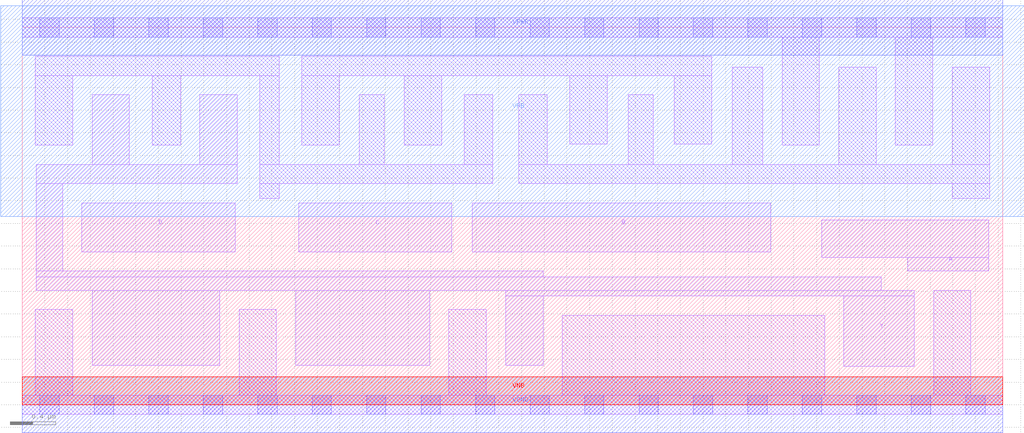
<source format=lef>
# Copyright 2020 The SkyWater PDK Authors
#
# Licensed under the Apache License, Version 2.0 (the "License");
# you may not use this file except in compliance with the License.
# You may obtain a copy of the License at
#
#     https://www.apache.org/licenses/LICENSE-2.0
#
# Unless required by applicable law or agreed to in writing, software
# distributed under the License is distributed on an "AS IS" BASIS,
# WITHOUT WARRANTIES OR CONDITIONS OF ANY KIND, either express or implied.
# See the License for the specific language governing permissions and
# limitations under the License.
#
# SPDX-License-Identifier: Apache-2.0

VERSION 5.7 ;
  NOWIREEXTENSIONATPIN ON ;
  DIVIDERCHAR "/" ;
  BUSBITCHARS "[]" ;
MACRO sky130_fd_sc_ms__nor4_4
  CLASS CORE ;
  FOREIGN sky130_fd_sc_ms__nor4_4 ;
  ORIGIN  0.000000  0.000000 ;
  SIZE  8.640000 BY  3.330000 ;
  SYMMETRY X Y ;
  SITE unit ;
  PIN A
    ANTENNAGATEAREA  1.028400 ;
    DIRECTION INPUT ;
    USE SIGNAL ;
    PORT
      LAYER li1 ;
        RECT 7.045000 1.300000 8.515000 1.630000 ;
        RECT 7.805000 1.180000 8.515000 1.300000 ;
    END
  END A
  PIN B
    ANTENNAGATEAREA  1.028400 ;
    DIRECTION INPUT ;
    USE SIGNAL ;
    PORT
      LAYER li1 ;
        RECT 3.965000 1.350000 6.595000 1.780000 ;
    END
  END B
  PIN C
    ANTENNAGATEAREA  1.028400 ;
    DIRECTION INPUT ;
    USE SIGNAL ;
    PORT
      LAYER li1 ;
        RECT 2.435000 1.350000 3.785000 1.780000 ;
    END
  END C
  PIN D
    ANTENNAGATEAREA  1.028400 ;
    DIRECTION INPUT ;
    USE SIGNAL ;
    PORT
      LAYER li1 ;
        RECT 0.525000 1.350000 1.875000 1.780000 ;
    END
  END D
  PIN Y
    ANTENNADIFFAREA  3.147200 ;
    DIRECTION OUTPUT ;
    USE SIGNAL ;
    PORT
      LAYER li1 ;
        RECT 0.125000 1.010000 7.570000 1.130000 ;
        RECT 0.125000 1.130000 4.590000 1.180000 ;
        RECT 0.125000 1.180000 0.355000 1.950000 ;
        RECT 0.125000 1.950000 1.895000 2.120000 ;
        RECT 0.615000 0.350000 1.740000 1.010000 ;
        RECT 0.615000 2.120000 0.945000 2.735000 ;
        RECT 1.565000 2.120000 1.895000 2.735000 ;
        RECT 2.410000 0.350000 3.590000 1.010000 ;
        RECT 4.260000 0.350000 4.590000 0.960000 ;
        RECT 4.260000 0.960000 7.860000 1.010000 ;
        RECT 7.240000 0.340000 7.860000 0.960000 ;
    END
  END Y
  PIN VGND
    DIRECTION INOUT ;
    USE GROUND ;
    PORT
      LAYER met1 ;
        RECT 0.000000 -0.245000 8.640000 0.245000 ;
    END
  END VGND
  PIN VNB
    DIRECTION INOUT ;
    USE GROUND ;
    PORT
      LAYER pwell ;
        RECT 0.000000 0.000000 8.640000 0.245000 ;
    END
  END VNB
  PIN VPB
    DIRECTION INOUT ;
    USE POWER ;
    PORT
      LAYER nwell ;
        RECT -0.190000 1.660000 8.830000 3.520000 ;
    END
  END VPB
  PIN VPWR
    DIRECTION INOUT ;
    USE POWER ;
    PORT
      LAYER met1 ;
        RECT 0.000000 3.085000 8.640000 3.575000 ;
    END
  END VPWR
  OBS
    LAYER li1 ;
      RECT 0.000000 -0.085000 8.640000 0.085000 ;
      RECT 0.000000  3.245000 8.640000 3.415000 ;
      RECT 0.115000  0.085000 0.445000 0.840000 ;
      RECT 0.115000  2.290000 0.445000 2.905000 ;
      RECT 0.115000  2.905000 2.265000 3.075000 ;
      RECT 1.145000  2.290000 1.395000 2.905000 ;
      RECT 1.910000  0.085000 2.240000 0.840000 ;
      RECT 2.095000  1.820000 2.265000 1.950000 ;
      RECT 2.095000  1.950000 4.145000 2.120000 ;
      RECT 2.095000  2.120000 2.265000 2.905000 ;
      RECT 2.465000  2.290000 2.795000 2.905000 ;
      RECT 2.465000  2.905000 6.075000 3.075000 ;
      RECT 2.970000  2.120000 3.190000 2.735000 ;
      RECT 3.365000  2.290000 3.695000 2.905000 ;
      RECT 3.760000  0.085000 4.090000 0.840000 ;
      RECT 3.895000  2.120000 4.145000 2.735000 ;
      RECT 4.375000  1.950000 8.525000 2.120000 ;
      RECT 4.375000  2.120000 4.625000 2.735000 ;
      RECT 4.760000  0.085000 7.070000 0.790000 ;
      RECT 4.825000  2.300000 5.155000 2.905000 ;
      RECT 5.340000  2.120000 5.560000 2.735000 ;
      RECT 5.745000  2.300000 6.075000 2.905000 ;
      RECT 6.255000  2.120000 6.525000 2.980000 ;
      RECT 6.695000  2.290000 7.025000 3.245000 ;
      RECT 7.195000  2.120000 7.525000 2.980000 ;
      RECT 7.695000  2.290000 8.025000 3.245000 ;
      RECT 8.030000  0.085000 8.360000 1.010000 ;
      RECT 8.195000  1.820000 8.525000 1.950000 ;
      RECT 8.195000  2.120000 8.525000 2.980000 ;
    LAYER mcon ;
      RECT 0.155000 -0.085000 0.325000 0.085000 ;
      RECT 0.155000  3.245000 0.325000 3.415000 ;
      RECT 0.635000 -0.085000 0.805000 0.085000 ;
      RECT 0.635000  3.245000 0.805000 3.415000 ;
      RECT 1.115000 -0.085000 1.285000 0.085000 ;
      RECT 1.115000  3.245000 1.285000 3.415000 ;
      RECT 1.595000 -0.085000 1.765000 0.085000 ;
      RECT 1.595000  3.245000 1.765000 3.415000 ;
      RECT 2.075000 -0.085000 2.245000 0.085000 ;
      RECT 2.075000  3.245000 2.245000 3.415000 ;
      RECT 2.555000 -0.085000 2.725000 0.085000 ;
      RECT 2.555000  3.245000 2.725000 3.415000 ;
      RECT 3.035000 -0.085000 3.205000 0.085000 ;
      RECT 3.035000  3.245000 3.205000 3.415000 ;
      RECT 3.515000 -0.085000 3.685000 0.085000 ;
      RECT 3.515000  3.245000 3.685000 3.415000 ;
      RECT 3.995000 -0.085000 4.165000 0.085000 ;
      RECT 3.995000  3.245000 4.165000 3.415000 ;
      RECT 4.475000 -0.085000 4.645000 0.085000 ;
      RECT 4.475000  3.245000 4.645000 3.415000 ;
      RECT 4.955000 -0.085000 5.125000 0.085000 ;
      RECT 4.955000  3.245000 5.125000 3.415000 ;
      RECT 5.435000 -0.085000 5.605000 0.085000 ;
      RECT 5.435000  3.245000 5.605000 3.415000 ;
      RECT 5.915000 -0.085000 6.085000 0.085000 ;
      RECT 5.915000  3.245000 6.085000 3.415000 ;
      RECT 6.395000 -0.085000 6.565000 0.085000 ;
      RECT 6.395000  3.245000 6.565000 3.415000 ;
      RECT 6.875000 -0.085000 7.045000 0.085000 ;
      RECT 6.875000  3.245000 7.045000 3.415000 ;
      RECT 7.355000 -0.085000 7.525000 0.085000 ;
      RECT 7.355000  3.245000 7.525000 3.415000 ;
      RECT 7.835000 -0.085000 8.005000 0.085000 ;
      RECT 7.835000  3.245000 8.005000 3.415000 ;
      RECT 8.315000 -0.085000 8.485000 0.085000 ;
      RECT 8.315000  3.245000 8.485000 3.415000 ;
  END
END sky130_fd_sc_ms__nor4_4
END LIBRARY

</source>
